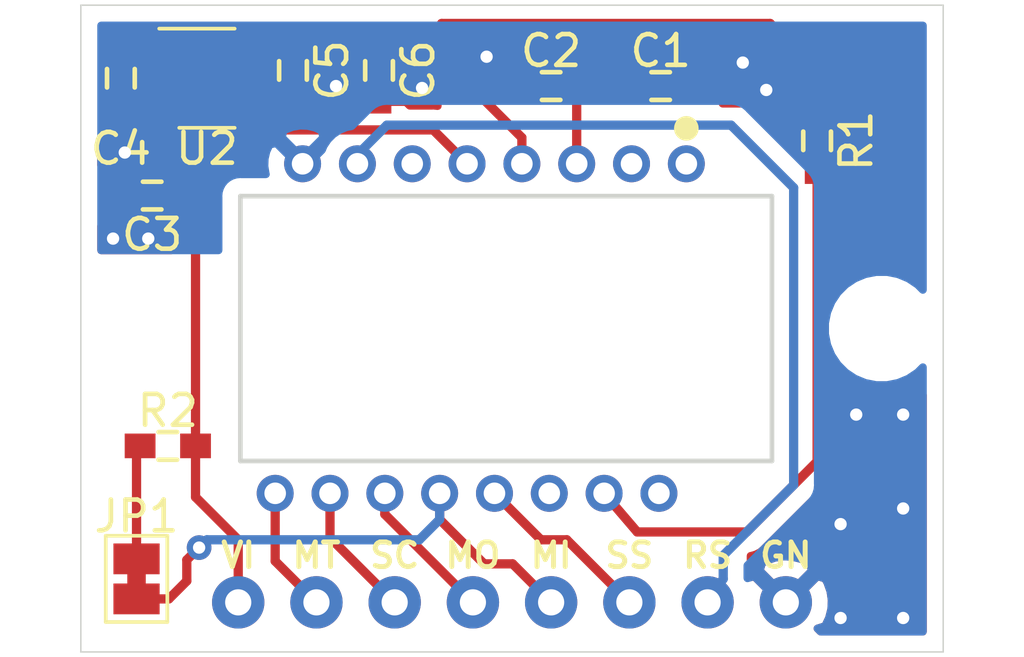
<source format=kicad_pcb>
(kicad_pcb (version 20171130) (host pcbnew "(5.1.0)-1")

  (general
    (thickness 1.6)
    (drawings 8)
    (tracks 83)
    (zones 0)
    (modules 21)
    (nets 19)
  )

  (page A4)
  (title_block
    (title PMW3360-Module)
    (date 2019-03-24)
    (rev 1.0)
  )

  (layers
    (0 F.Cu signal)
    (31 B.Cu signal)
    (32 B.Adhes user)
    (33 F.Adhes user)
    (34 B.Paste user)
    (35 F.Paste user)
    (36 B.SilkS user)
    (37 F.SilkS user)
    (38 B.Mask user)
    (39 F.Mask user)
    (40 Dwgs.User user)
    (41 Cmts.User user)
    (42 Eco1.User user)
    (43 Eco2.User user)
    (44 Edge.Cuts user)
    (45 Margin user)
    (46 B.CrtYd user)
    (47 F.CrtYd user)
    (48 B.Fab user)
    (49 F.Fab user)
  )

  (setup
    (last_trace_width 0.3)
    (trace_clearance 0.3)
    (zone_clearance 0.508)
    (zone_45_only no)
    (trace_min 0.2)
    (via_size 0.8)
    (via_drill 0.4)
    (via_min_size 0.4)
    (via_min_drill 0.3)
    (uvia_size 0.3)
    (uvia_drill 0.1)
    (uvias_allowed no)
    (uvia_min_size 0.2)
    (uvia_min_drill 0.1)
    (edge_width 0.05)
    (segment_width 0.2)
    (pcb_text_width 0.3)
    (pcb_text_size 1.5 1.5)
    (mod_edge_width 0.12)
    (mod_text_size 1 1)
    (mod_text_width 0.15)
    (pad_size 1.524 1.524)
    (pad_drill 0.762)
    (pad_to_mask_clearance 0.051)
    (solder_mask_min_width 0.25)
    (aux_axis_origin 130.78 107.02)
    (grid_origin 144.78 96.52)
    (visible_elements 7FFFFF7F)
    (pcbplotparams
      (layerselection 0x010fc_ffffffff)
      (usegerberextensions true)
      (usegerberattributes false)
      (usegerberadvancedattributes false)
      (creategerberjobfile false)
      (excludeedgelayer true)
      (linewidth 0.100000)
      (plotframeref false)
      (viasonmask false)
      (mode 1)
      (useauxorigin false)
      (hpglpennumber 1)
      (hpglpenspeed 20)
      (hpglpendiameter 15.000000)
      (psnegative false)
      (psa4output false)
      (plotreference true)
      (plotvalue true)
      (plotinvisibletext false)
      (padsonsilk false)
      (subtractmaskfromsilk true)
      (outputformat 1)
      (mirror false)
      (drillshape 0)
      (scaleselection 1)
      (outputdirectory "Gerber/"))
  )

  (net 0 "")
  (net 1 GND)
  (net 2 "Net-(C1-Pad1)")
  (net 3 V3.3)
  (net 4 V1.9)
  (net 5 RESET)
  (net 6 MOSI)
  (net 7 MISO)
  (net 8 SCLK)
  (net 9 NCS)
  (net 10 MOTION)
  (net 11 "Net-(JP1-Pad1)")
  (net 12 "Net-(R1-Pad2)")
  (net 13 "Net-(U1-Pad14)")
  (net 14 "Net-(U1-Pad16)")
  (net 15 "Net-(U1-Pad6)")
  (net 16 "Net-(U1-Pad2)")
  (net 17 "Net-(U1-Pad1)")
  (net 18 "Net-(U2-Pad4)")

  (net_class Default "これはデフォルトのネット クラスです。"
    (clearance 0.3)
    (trace_width 0.3)
    (via_dia 0.8)
    (via_drill 0.4)
    (uvia_dia 0.3)
    (uvia_drill 0.1)
    (add_net GND)
    (add_net MISO)
    (add_net MOSI)
    (add_net MOTION)
    (add_net NCS)
    (add_net "Net-(C1-Pad1)")
    (add_net "Net-(JP1-Pad1)")
    (add_net "Net-(R1-Pad2)")
    (add_net "Net-(U1-Pad1)")
    (add_net "Net-(U1-Pad14)")
    (add_net "Net-(U1-Pad16)")
    (add_net "Net-(U1-Pad2)")
    (add_net "Net-(U1-Pad6)")
    (add_net "Net-(U2-Pad4)")
    (add_net RESET)
    (add_net SCLK)
    (add_net V1.9)
    (add_net V3.3)
  )

  (module Footprints:hole_2.4mm (layer F.Cu) (tedit 5C9721AB) (tstamp 5C97780F)
    (at 132.78 96.52)
    (fp_text reference hole1 (at 0 -1.778) (layer F.SilkS) hide
      (effects (font (size 1 1) (thickness 0.15)))
    )
    (fp_text value hole_2.4mm (at 0 2.032) (layer F.Fab)
      (effects (font (size 1 1) (thickness 0.15)))
    )
    (pad "" np_thru_hole circle (at 0 0) (size 2.4 2.4) (drill 2.4) (layers *.Cu *.Mask))
  )

  (module Footprints:hole_2.4mm (layer F.Cu) (tedit 5C9721AB) (tstamp 5C9777D8)
    (at 156.78 96.52)
    (fp_text reference hole2 (at 0 -1.778) (layer F.SilkS) hide
      (effects (font (size 1 1) (thickness 0.15)))
    )
    (fp_text value hole_2.4mm (at 0 2.032) (layer F.Fab)
      (effects (font (size 1 1) (thickness 0.15)))
    )
    (pad "" np_thru_hole circle (at 0 0) (size 2.4 2.4) (drill 2.4) (layers *.Cu *.Mask))
  )

  (module Footprints:PMW3360-T2QU (layer F.Cu) (tedit 5C960F2A) (tstamp 5C971180)
    (at 144.78 96.52)
    (path /5C7F769F)
    (fp_text reference U1 (at 0 0.5) (layer F.SilkS) hide
      (effects (font (size 1 1) (thickness 0.15)))
    )
    (fp_text value PMW3360-T2QU (at 0 0) (layer F.Fab)
      (effects (font (size 1 1) (thickness 0.15)))
    )
    (fp_line (start -8.82 4.3) (end -8.82 -4.3) (layer F.Fab) (width 0.12))
    (fp_line (start 8.44 4.3) (end -8.82 4.3) (layer F.Fab) (width 0.12))
    (fp_line (start 8.44 -4.3) (end 8.44 4.3) (layer F.Fab) (width 0.12))
    (fp_line (start -8.82 -4.3) (end 8.44 -4.3) (layer F.Fab) (width 0.12))
    (fp_circle (center 5.66 -6.5) (end 5.86 -6.5) (layer F.SilkS) (width 0.4))
    (pad 9 thru_hole circle (at -7.69 5.35) (size 1.2 1.2) (drill 0.7) (layers *.Cu *.Mask)
      (net 10 MOTION))
    (pad 10 thru_hole circle (at -5.91 5.35) (size 1.2 1.2) (drill 0.7) (layers *.Cu *.Mask)
      (net 8 SCLK))
    (pad 11 thru_hole circle (at -4.13 5.35) (size 1.2 1.2) (drill 0.7) (layers *.Cu *.Mask)
      (net 6 MOSI))
    (pad 12 thru_hole circle (at -2.35 5.35) (size 1.2 1.2) (drill 0.7) (layers *.Cu *.Mask)
      (net 7 MISO))
    (pad 13 thru_hole circle (at -0.57 5.35) (size 1.2 1.2) (drill 0.7) (layers *.Cu *.Mask)
      (net 9 NCS))
    (pad 14 thru_hole circle (at 1.21 5.35) (size 1.2 1.2) (drill 0.7) (layers *.Cu *.Mask)
      (net 13 "Net-(U1-Pad14)"))
    (pad 15 thru_hole circle (at 2.99 5.35) (size 1.2 1.2) (drill 0.7) (layers *.Cu *.Mask)
      (net 12 "Net-(R1-Pad2)"))
    (pad 16 thru_hole circle (at 4.77 5.35) (size 1.2 1.2) (drill 0.7) (layers *.Cu *.Mask)
      (net 14 "Net-(U1-Pad16)"))
    (pad 8 thru_hole circle (at -6.8 -5.35) (size 1.2 1.2) (drill 0.7) (layers *.Cu *.Mask)
      (net 1 GND))
    (pad 7 thru_hole circle (at -5.02 -5.35) (size 1.2 1.2) (drill 0.7) (layers *.Cu *.Mask)
      (net 5 RESET))
    (pad 6 thru_hole circle (at -3.24 -5.35) (size 1.2 1.2) (drill 0.7) (layers *.Cu *.Mask)
      (net 15 "Net-(U1-Pad6)"))
    (pad 5 thru_hole circle (at -1.46 -5.35) (size 1.2 1.2) (drill 0.7) (layers *.Cu *.Mask)
      (net 3 V3.3))
    (pad 4 thru_hole circle (at 0.32 -5.35) (size 1.2 1.2) (drill 0.7) (layers *.Cu *.Mask)
      (net 4 V1.9))
    (pad 3 thru_hole circle (at 2.1 -5.35) (size 1.2 1.2) (drill 0.7) (layers *.Cu *.Mask)
      (net 2 "Net-(C1-Pad1)"))
    (pad 2 thru_hole circle (at 3.88 -5.35) (size 1.2 1.2) (drill 0.7) (layers *.Cu *.Mask)
      (net 16 "Net-(U1-Pad2)"))
    (pad 1 thru_hole circle (at 5.66 -5.35) (size 1.2 1.2) (drill 0.7) (layers *.Cu *.Mask)
      (net 17 "Net-(U1-Pad1)"))
  )

  (module Package_TO_SOT_SMD:SOT-23-5 (layer F.Cu) (tedit 5A02FF57) (tstamp 5C970B4F)
    (at 134.874 88.392)
    (descr "5-pin SOT23 package")
    (tags SOT-23-5)
    (path /5C91AED8)
    (attr smd)
    (fp_text reference U2 (at 0 2.286 180) (layer F.SilkS)
      (effects (font (size 1 1) (thickness 0.15)))
    )
    (fp_text value SOT23-5_1.9V_Voltage_Regulator (at 0 2.9) (layer F.Fab) hide
      (effects (font (size 1 1) (thickness 0.15)))
    )
    (fp_line (start 0.9 -1.55) (end 0.9 1.55) (layer F.Fab) (width 0.1))
    (fp_line (start 0.9 1.55) (end -0.9 1.55) (layer F.Fab) (width 0.1))
    (fp_line (start -0.9 -0.9) (end -0.9 1.55) (layer F.Fab) (width 0.1))
    (fp_line (start 0.9 -1.55) (end -0.25 -1.55) (layer F.Fab) (width 0.1))
    (fp_line (start -0.9 -0.9) (end -0.25 -1.55) (layer F.Fab) (width 0.1))
    (fp_line (start -1.9 1.8) (end -1.9 -1.8) (layer F.CrtYd) (width 0.05))
    (fp_line (start 1.9 1.8) (end -1.9 1.8) (layer F.CrtYd) (width 0.05))
    (fp_line (start 1.9 -1.8) (end 1.9 1.8) (layer F.CrtYd) (width 0.05))
    (fp_line (start -1.9 -1.8) (end 1.9 -1.8) (layer F.CrtYd) (width 0.05))
    (fp_line (start 0.9 -1.61) (end -1.55 -1.61) (layer F.SilkS) (width 0.12))
    (fp_line (start -0.9 1.61) (end 0.9 1.61) (layer F.SilkS) (width 0.12))
    (fp_text user %R (at 0 0 90) (layer F.Fab)
      (effects (font (size 0.5 0.5) (thickness 0.075)))
    )
    (pad 5 smd rect (at 1.1 -0.95) (size 1.06 0.65) (layers F.Cu F.Paste F.Mask)
      (net 4 V1.9))
    (pad 4 smd rect (at 1.1 0.95) (size 1.06 0.65) (layers F.Cu F.Paste F.Mask)
      (net 18 "Net-(U2-Pad4)"))
    (pad 3 smd rect (at -1.1 0.95) (size 1.06 0.65) (layers F.Cu F.Paste F.Mask)
      (net 3 V3.3))
    (pad 2 smd rect (at -1.1 0) (size 1.06 0.65) (layers F.Cu F.Paste F.Mask)
      (net 1 GND))
    (pad 1 smd rect (at -1.1 -0.95) (size 1.06 0.65) (layers F.Cu F.Paste F.Mask)
      (net 3 V3.3))
    (model ${KISYS3DMOD}/Package_TO_SOT_SMD.3dshapes/SOT-23-5.wrl
      (at (xyz 0 0 0))
      (scale (xyz 1 1 1))
      (rotate (xyz 0 0 0))
    )
  )

  (module Footprints:1608 (layer F.Cu) (tedit 5A3F17EB) (tstamp 5C967CF7)
    (at 133.604 100.33 180)
    (path /5C7F7894)
    (fp_text reference R2 (at 0 1.143 180) (layer F.SilkS)
      (effects (font (size 1 1) (thickness 0.15)))
    )
    (fp_text value 10K (at 0 -0.889 180) (layer F.Fab)
      (effects (font (size 0.5 0.5) (thickness 0.1)))
    )
    (fp_line (start -0.3 0.45) (end 0.3 0.45) (layer F.SilkS) (width 0.15))
    (fp_line (start -0.3 -0.45) (end 0.3 -0.45) (layer F.SilkS) (width 0.15))
    (pad 2 smd rect (at 0.9 0 180) (size 1 0.8) (layers F.Cu F.Paste F.Mask)
      (net 11 "Net-(JP1-Pad1)"))
    (pad 1 smd rect (at -0.9 0 180) (size 1 0.8) (layers F.Cu F.Paste F.Mask)
      (net 3 V3.3))
  )

  (module Footprints:1608 (layer F.Cu) (tedit 5A3F17EB) (tstamp 5C967E3E)
    (at 154.686 90.424 270)
    (path /5C7F7F2E)
    (fp_text reference R1 (at 0 -1.27 270) (layer F.SilkS)
      (effects (font (size 1 1) (thickness 0.15)))
    )
    (fp_text value 39R (at 0 -0.889 270) (layer F.Fab)
      (effects (font (size 0.5 0.5) (thickness 0.1)))
    )
    (fp_line (start -0.3 0.45) (end 0.3 0.45) (layer F.SilkS) (width 0.15))
    (fp_line (start -0.3 -0.45) (end 0.3 -0.45) (layer F.SilkS) (width 0.15))
    (pad 2 smd rect (at 0.9 0 270) (size 1 0.8) (layers F.Cu F.Paste F.Mask)
      (net 12 "Net-(R1-Pad2)"))
    (pad 1 smd rect (at -0.9 0 270) (size 1 0.8) (layers F.Cu F.Paste F.Mask)
      (net 4 V1.9))
  )

  (module Jumper:SolderJumper-2_P1.3mm_Bridged_Pad1.0x1.5mm (layer F.Cu) (tedit 5C756AB2) (tstamp 5C968294)
    (at 132.588 104.648 270)
    (descr "SMD Solder Jumper, 1x1.5mm Pads, 0.3mm gap, bridged with 1 copper strip")
    (tags "solder jumper open")
    (path /5C921932)
    (attr virtual)
    (fp_text reference JP1 (at -2.032 0) (layer F.SilkS)
      (effects (font (size 1 1) (thickness 0.15)))
    )
    (fp_text value SolderJumper_2_Bridged (at 0 1.9 270) (layer F.Fab) hide
      (effects (font (size 1 1) (thickness 0.15)))
    )
    (fp_poly (pts (xy -0.25 -0.3) (xy 0.25 -0.3) (xy 0.25 0.3) (xy -0.25 0.3)) (layer F.Cu) (width 0))
    (fp_line (start 1.65 1.25) (end -1.65 1.25) (layer F.CrtYd) (width 0.05))
    (fp_line (start 1.65 1.25) (end 1.65 -1.25) (layer F.CrtYd) (width 0.05))
    (fp_line (start -1.65 -1.25) (end -1.65 1.25) (layer F.CrtYd) (width 0.05))
    (fp_line (start -1.65 -1.25) (end 1.65 -1.25) (layer F.CrtYd) (width 0.05))
    (fp_line (start -1.4 -1) (end 1.4 -1) (layer F.SilkS) (width 0.12))
    (fp_line (start 1.4 -1) (end 1.4 1) (layer F.SilkS) (width 0.12))
    (fp_line (start 1.4 1) (end -1.4 1) (layer F.SilkS) (width 0.12))
    (fp_line (start -1.4 1) (end -1.4 -1) (layer F.SilkS) (width 0.12))
    (pad 2 smd rect (at 0.65 0 270) (size 1 1.5) (layers F.Cu F.Mask)
      (net 7 MISO))
    (pad 1 smd rect (at -0.65 0 270) (size 1 1.5) (layers F.Cu F.Mask)
      (net 11 "Net-(JP1-Pad1)"))
  )

  (module Footprints:Wirepad (layer F.Cu) (tedit 5C9737FF) (tstamp 5C967016)
    (at 138.43 105.41 180)
    (path /5C9280CE)
    (fp_text reference J8 (at 0 1.778 180) (layer F.SilkS) hide
      (effects (font (size 1 1) (thickness 0.15)))
    )
    (fp_text value MT (at 0 1.524 180) (layer F.SilkS)
      (effects (font (size 0.8 0.8) (thickness 0.16)))
    )
    (pad 1 thru_hole circle (at 0 0 180) (size 1.7 1.7) (drill 0.85) (layers *.Cu *.Mask)
      (net 10 MOTION))
  )

  (module Footprints:Wirepad (layer F.Cu) (tedit 5C9737FF) (tstamp 5C9680FA)
    (at 148.59 105.41 180)
    (path /5C9278BE)
    (fp_text reference J7 (at 0 1.778 180) (layer F.SilkS) hide
      (effects (font (size 1 1) (thickness 0.15)))
    )
    (fp_text value SS (at 0 1.524 180) (layer F.SilkS)
      (effects (font (size 0.8 0.8) (thickness 0.16)))
    )
    (pad 1 thru_hole circle (at 0 0 180) (size 1.7 1.7) (drill 0.85) (layers *.Cu *.Mask)
      (net 9 NCS))
  )

  (module Footprints:Wirepad (layer F.Cu) (tedit 5C9737FF) (tstamp 5C966F80)
    (at 140.97 105.41 180)
    (path /5C927105)
    (fp_text reference J6 (at 0 1.778 180) (layer F.SilkS) hide
      (effects (font (size 1 1) (thickness 0.15)))
    )
    (fp_text value SC (at 0 1.524 180) (layer F.SilkS)
      (effects (font (size 0.8 0.8) (thickness 0.16)))
    )
    (pad 1 thru_hole circle (at 0 0 180) (size 1.7 1.7) (drill 0.85) (layers *.Cu *.Mask)
      (net 8 SCLK))
  )

  (module Footprints:Wirepad (layer F.Cu) (tedit 5C9737FF) (tstamp 5C967B17)
    (at 146.05 105.41 180)
    (path /5C926191)
    (fp_text reference J5 (at 0 1.778 180) (layer F.SilkS) hide
      (effects (font (size 1 1) (thickness 0.15)))
    )
    (fp_text value MI (at 0 1.524 180) (layer F.SilkS)
      (effects (font (size 0.8 0.8) (thickness 0.16)))
    )
    (pad 1 thru_hole circle (at 0 0 180) (size 1.7 1.7) (drill 0.85) (layers *.Cu *.Mask)
      (net 7 MISO))
  )

  (module Footprints:Wirepad (layer F.Cu) (tedit 5C9737FF) (tstamp 5C9670A0)
    (at 143.51 105.41 180)
    (path /5C92567C)
    (fp_text reference J4 (at 0 1.778 180) (layer F.SilkS) hide
      (effects (font (size 1 1) (thickness 0.15)))
    )
    (fp_text value MO (at 0 1.524 180) (layer F.SilkS)
      (effects (font (size 0.8 0.8) (thickness 0.16)))
    )
    (pad 1 thru_hole circle (at 0 0 180) (size 1.7 1.7) (drill 0.85) (layers *.Cu *.Mask)
      (net 6 MOSI))
  )

  (module Footprints:Wirepad (layer F.Cu) (tedit 5C9737FF) (tstamp 5C977A11)
    (at 151.13 105.41 180)
    (path /5C925000)
    (fp_text reference J3 (at 0 1.778 180) (layer F.SilkS) hide
      (effects (font (size 1 1) (thickness 0.15)))
    )
    (fp_text value RS (at 0 1.524 180) (layer F.SilkS)
      (effects (font (size 0.8 0.8) (thickness 0.16)))
    )
    (pad 1 thru_hole circle (at 0 0 180) (size 1.7 1.7) (drill 0.85) (layers *.Cu *.Mask)
      (net 5 RESET))
  )

  (module Footprints:Wirepad (layer F.Cu) (tedit 5C9737FF) (tstamp 5C9681F1)
    (at 153.67 105.41 180)
    (path /5C924906)
    (fp_text reference J2 (at 0 1.778 180) (layer F.SilkS) hide
      (effects (font (size 1 1) (thickness 0.15)))
    )
    (fp_text value GN (at 0 1.524 180) (layer F.SilkS)
      (effects (font (size 0.8 0.8) (thickness 0.16)))
    )
    (pad 1 thru_hole circle (at 0 0 180) (size 1.7 1.7) (drill 0.85) (layers *.Cu *.Mask)
      (net 1 GND))
  )

  (module Footprints:Wirepad (layer F.Cu) (tedit 5C9737FF) (tstamp 5C966FE9)
    (at 135.89 105.41 180)
    (path /5C7F7961)
    (fp_text reference J1 (at 0 1.778 180) (layer F.SilkS) hide
      (effects (font (size 1 1) (thickness 0.15)))
    )
    (fp_text value VI (at 0 1.524 180) (layer F.SilkS)
      (effects (font (size 0.8 0.8) (thickness 0.16)))
    )
    (pad 1 thru_hole circle (at 0 0 180) (size 1.7 1.7) (drill 0.85) (layers *.Cu *.Mask)
      (net 3 V3.3))
  )

  (module Footprints:1608 (layer F.Cu) (tedit 5A3F17EB) (tstamp 5C971BBF)
    (at 140.462 88.138 270)
    (path /5C91B352)
    (fp_text reference C6 (at 0 -1.27 270) (layer F.SilkS)
      (effects (font (size 1 1) (thickness 0.15)))
    )
    (fp_text value 10uF (at 0 -0.889 270) (layer F.Fab)
      (effects (font (size 0.5 0.5) (thickness 0.1)))
    )
    (fp_line (start -0.3 0.45) (end 0.3 0.45) (layer F.SilkS) (width 0.15))
    (fp_line (start -0.3 -0.45) (end 0.3 -0.45) (layer F.SilkS) (width 0.15))
    (pad 2 smd rect (at 0.9 0 270) (size 1 0.8) (layers F.Cu F.Paste F.Mask)
      (net 1 GND))
    (pad 1 smd rect (at -0.9 0 270) (size 1 0.8) (layers F.Cu F.Paste F.Mask)
      (net 4 V1.9))
  )

  (module Footprints:1608 (layer F.Cu) (tedit 5A3F17EB) (tstamp 5C967BF3)
    (at 137.668 88.138 270)
    (path /5C91B2E8)
    (fp_text reference C5 (at 0 -1.27 270) (layer F.SilkS)
      (effects (font (size 1 1) (thickness 0.15)))
    )
    (fp_text value 0.1uF (at 0 -0.889 270) (layer F.Fab)
      (effects (font (size 0.5 0.5) (thickness 0.1)))
    )
    (fp_line (start -0.3 0.45) (end 0.3 0.45) (layer F.SilkS) (width 0.15))
    (fp_line (start -0.3 -0.45) (end 0.3 -0.45) (layer F.SilkS) (width 0.15))
    (pad 2 smd rect (at 0.9 0 270) (size 1 0.8) (layers F.Cu F.Paste F.Mask)
      (net 1 GND))
    (pad 1 smd rect (at -0.9 0 270) (size 1 0.8) (layers F.Cu F.Paste F.Mask)
      (net 4 V1.9))
  )

  (module Footprints:1608 (layer F.Cu) (tedit 5A3F17EB) (tstamp 5C967AB3)
    (at 132.08 88.392 270)
    (path /5C91B3A0)
    (fp_text reference C4 (at 2.286 0) (layer F.SilkS)
      (effects (font (size 1 1) (thickness 0.15)))
    )
    (fp_text value 0.1uF (at 0 -0.889 270) (layer F.Fab)
      (effects (font (size 0.5 0.5) (thickness 0.1)))
    )
    (fp_line (start -0.3 0.45) (end 0.3 0.45) (layer F.SilkS) (width 0.15))
    (fp_line (start -0.3 -0.45) (end 0.3 -0.45) (layer F.SilkS) (width 0.15))
    (pad 2 smd rect (at 0.9 0 270) (size 1 0.8) (layers F.Cu F.Paste F.Mask)
      (net 1 GND))
    (pad 1 smd rect (at -0.9 0 270) (size 1 0.8) (layers F.Cu F.Paste F.Mask)
      (net 3 V3.3))
  )

  (module Footprints:1608 (layer F.Cu) (tedit 5A3F17EB) (tstamp 5C968099)
    (at 133.096 92.202 180)
    (path /5C91B3FE)
    (fp_text reference C3 (at 0 -1.27 180) (layer F.SilkS)
      (effects (font (size 1 1) (thickness 0.15)))
    )
    (fp_text value 10uF (at 0 -0.889 180) (layer F.Fab)
      (effects (font (size 0.5 0.5) (thickness 0.1)))
    )
    (fp_line (start -0.3 0.45) (end 0.3 0.45) (layer F.SilkS) (width 0.15))
    (fp_line (start -0.3 -0.45) (end 0.3 -0.45) (layer F.SilkS) (width 0.15))
    (pad 2 smd rect (at 0.9 0 180) (size 1 0.8) (layers F.Cu F.Paste F.Mask)
      (net 1 GND))
    (pad 1 smd rect (at -0.9 0 180) (size 1 0.8) (layers F.Cu F.Paste F.Mask)
      (net 3 V3.3))
  )

  (module Footprints:1608 (layer F.Cu) (tedit 5A3F17EB) (tstamp 5C971508)
    (at 146.05 88.646 180)
    (path /5C7F77BF)
    (fp_text reference C2 (at 0 1.143 180) (layer F.SilkS)
      (effects (font (size 1 1) (thickness 0.15)))
    )
    (fp_text value 0.1uF (at 0 -0.889 180) (layer F.Fab)
      (effects (font (size 0.5 0.5) (thickness 0.1)))
    )
    (fp_line (start -0.3 0.45) (end 0.3 0.45) (layer F.SilkS) (width 0.15))
    (fp_line (start -0.3 -0.45) (end 0.3 -0.45) (layer F.SilkS) (width 0.15))
    (pad 2 smd rect (at 0.9 0 180) (size 1 0.8) (layers F.Cu F.Paste F.Mask)
      (net 1 GND))
    (pad 1 smd rect (at -0.9 0 180) (size 1 0.8) (layers F.Cu F.Paste F.Mask)
      (net 2 "Net-(C1-Pad1)"))
  )

  (module Footprints:1608 (layer F.Cu) (tedit 5A3F17EB) (tstamp 5C9677B1)
    (at 149.606 88.646)
    (path /5C7F7731)
    (fp_text reference C1 (at 0 -1.143) (layer F.SilkS)
      (effects (font (size 1 1) (thickness 0.15)))
    )
    (fp_text value 4.7uF (at 0 -0.889) (layer F.Fab)
      (effects (font (size 0.5 0.5) (thickness 0.1)))
    )
    (fp_line (start -0.3 0.45) (end 0.3 0.45) (layer F.SilkS) (width 0.15))
    (fp_line (start -0.3 -0.45) (end 0.3 -0.45) (layer F.SilkS) (width 0.15))
    (pad 2 smd rect (at 0.9 0) (size 1 0.8) (layers F.Cu F.Paste F.Mask)
      (net 1 GND))
    (pad 1 smd rect (at -0.9 0) (size 1 0.8) (layers F.Cu F.Paste F.Mask)
      (net 2 "Net-(C1-Pad1)"))
  )

  (gr_line (start 135.96 92.22) (end 153.22 92.22) (layer Edge.Cuts) (width 0.15))
  (gr_line (start 135.96 100.82) (end 135.96 92.22) (layer Edge.Cuts) (width 0.15))
  (gr_line (start 153.22 100.82) (end 135.96 100.82) (layer Edge.Cuts) (width 0.15))
  (gr_line (start 153.22 92.22) (end 153.22 100.82) (layer Edge.Cuts) (width 0.15))
  (gr_line (start 158.78 86.02) (end 130.78 86.02) (layer Edge.Cuts) (width 0.05) (tstamp 5C96756D))
  (gr_line (start 158.78 107.02) (end 158.78 86.02) (layer Edge.Cuts) (width 0.05))
  (gr_line (start 130.78 107.02) (end 158.78 107.02) (layer Edge.Cuts) (width 0.05))
  (gr_line (start 130.78 86.02) (end 130.78 107.02) (layer Edge.Cuts) (width 0.05))

  (segment (start 133.774 88.392) (end 132.98 88.392) (width 0.3) (layer F.Cu) (net 1) (status 10))
  (segment (start 132.98 88.392) (end 132.08 89.292) (width 0.3) (layer F.Cu) (net 1) (status 20))
  (via (at 157.48 99.314) (size 0.8) (drill 0.4) (layers F.Cu B.Cu) (net 1))
  (via (at 131.826 93.599) (size 0.8) (drill 0.4) (layers F.Cu B.Cu) (net 1))
  (via (at 132.969 93.599) (size 0.8) (drill 0.4) (layers F.Cu B.Cu) (net 1))
  (via (at 132.207 90.805) (size 0.8) (drill 0.4) (layers F.Cu B.Cu) (net 1))
  (via (at 143.9545 87.6935) (size 0.8) (drill 0.4) (layers F.Cu B.Cu) (net 1))
  (via (at 139.065 88.646) (size 0.8) (drill 0.4) (layers F.Cu B.Cu) (net 1))
  (via (at 141.859 88.7095) (size 0.8) (drill 0.4) (layers F.Cu B.Cu) (net 1))
  (via (at 155.956 99.314) (size 0.8) (drill 0.4) (layers F.Cu B.Cu) (net 1))
  (via (at 157.48 105.918) (size 0.8) (drill 0.4) (layers F.Cu B.Cu) (net 1))
  (via (at 155.448 105.918) (size 0.8) (drill 0.4) (layers F.Cu B.Cu) (net 1))
  (via (at 157.48 102.362) (size 0.8) (drill 0.4) (layers F.Cu B.Cu) (net 1))
  (via (at 155.448 102.87) (size 0.8) (drill 0.4) (layers F.Cu B.Cu) (net 1))
  (via (at 153.035 88.773) (size 0.8) (drill 0.4) (layers F.Cu B.Cu) (net 1))
  (via (at 152.273 87.884) (size 0.8) (drill 0.4) (layers F.Cu B.Cu) (net 1))
  (segment (start 146.88 88.716) (end 146.95 88.646) (width 0.3) (layer F.Cu) (net 2) (status 30))
  (segment (start 146.88 91.17) (end 146.88 88.716) (width 0.3) (layer F.Cu) (net 2) (status 30))
  (segment (start 148.706 88.646) (end 146.95 88.646) (width 0.3) (layer F.Cu) (net 2) (status 30))
  (segment (start 134.896 92.202) (end 133.996 92.202) (width 0.3) (layer F.Cu) (net 3) (status 20))
  (segment (start 137.028001 90.069999) (end 134.896 92.202) (width 0.3) (layer F.Cu) (net 3))
  (segment (start 142.219999 90.069999) (end 137.028001 90.069999) (width 0.3) (layer F.Cu) (net 3))
  (segment (start 143.32 91.17) (end 142.219999 90.069999) (width 0.3) (layer F.Cu) (net 3) (status 10))
  (segment (start 134.604 87.442) (end 133.774 87.442) (width 0.3) (layer F.Cu) (net 3) (status 20))
  (segment (start 134.754001 87.592001) (end 134.604 87.442) (width 0.3) (layer F.Cu) (net 3))
  (segment (start 134.754001 89.191999) (end 134.754001 87.592001) (width 0.3) (layer F.Cu) (net 3))
  (segment (start 134.604 89.342) (end 134.754001 89.191999) (width 0.3) (layer F.Cu) (net 3))
  (segment (start 133.774 89.342) (end 134.604 89.342) (width 0.3) (layer F.Cu) (net 3) (status 10))
  (segment (start 133.774 89.342) (end 133.774 91.98) (width 0.3) (layer F.Cu) (net 3) (status 30))
  (segment (start 133.774 91.98) (end 133.996 92.202) (width 0.3) (layer F.Cu) (net 3) (status 30))
  (segment (start 133.774 87.442) (end 132.13 87.442) (width 0.3) (layer F.Cu) (net 3) (status 30))
  (segment (start 132.13 87.442) (end 132.08 87.492) (width 0.3) (layer F.Cu) (net 3) (status 30))
  (segment (start 135.89 105.41) (end 135.89 103.378) (width 0.3) (layer F.Cu) (net 3) (status 10))
  (segment (start 134.504 101.992) (end 134.504 100.33) (width 0.3) (layer F.Cu) (net 3) (status 20))
  (segment (start 135.89 103.378) (end 134.504 101.992) (width 0.3) (layer F.Cu) (net 3))
  (segment (start 134.504 92.71) (end 133.996 92.202) (width 0.3) (layer F.Cu) (net 3) (status 20))
  (segment (start 134.504 100.33) (end 134.504 92.71) (width 0.3) (layer F.Cu) (net 3) (status 10))
  (segment (start 137.464 87.442) (end 137.668 87.238) (width 0.3) (layer F.Cu) (net 4) (status 30))
  (segment (start 135.974 87.442) (end 137.464 87.442) (width 0.3) (layer F.Cu) (net 4) (status 30))
  (segment (start 137.668 87.238) (end 140.462 87.238) (width 0.3) (layer F.Cu) (net 4) (status 30))
  (segment (start 145.1 90.321472) (end 145.1 91.17) (width 0.3) (layer F.Cu) (net 4) (status 20))
  (segment (start 142.016528 87.238) (end 145.1 90.321472) (width 0.3) (layer F.Cu) (net 4))
  (segment (start 140.462 87.238) (end 142.016528 87.238) (width 0.3) (layer F.Cu) (net 4) (status 10))
  (segment (start 154.686 88.138) (end 154.686 89.524) (width 0.3) (layer F.Cu) (net 4) (status 20))
  (segment (start 153.162 86.614) (end 154.686 88.138) (width 0.3) (layer F.Cu) (net 4))
  (segment (start 142.016528 87.238) (end 142.494 86.614) (width 0.3) (layer F.Cu) (net 4))
  (segment (start 142.494 86.614) (end 153.162 86.614) (width 0.3) (layer F.Cu) (net 4))
  (segment (start 151.638 103.886) (end 151.638 104.648) (width 0.3) (layer B.Cu) (net 5))
  (segment (start 139.76 90.872) (end 140.716 89.916) (width 0.3) (layer B.Cu) (net 5) (status 10))
  (segment (start 139.76 91.17) (end 139.76 90.872) (width 0.3) (layer B.Cu) (net 5) (status 30))
  (segment (start 140.716 89.916) (end 151.892 89.916) (width 0.3) (layer B.Cu) (net 5))
  (segment (start 151.892 89.916) (end 153.924 91.948) (width 0.3) (layer B.Cu) (net 5))
  (segment (start 151.638 104.648) (end 151.13 105.41) (width 0.3) (layer B.Cu) (net 5) (status 20))
  (segment (start 153.924 91.948) (end 153.924 101.6) (width 0.3) (layer B.Cu) (net 5))
  (segment (start 153.924 101.6) (end 151.638 103.886) (width 0.3) (layer B.Cu) (net 5))
  (segment (start 140.65 102.55) (end 140.65 101.87) (width 0.3) (layer F.Cu) (net 6) (status 20))
  (segment (start 143.51 105.41) (end 140.65 102.55) (width 0.3) (layer F.Cu) (net 6) (status 10))
  (segment (start 144.799999 104.159999) (end 146.05 105.41) (width 0.3) (layer F.Cu) (net 7) (status 20))
  (segment (start 143.871471 104.159999) (end 144.799999 104.159999) (width 0.3) (layer F.Cu) (net 7))
  (segment (start 142.43 102.718528) (end 143.871471 104.159999) (width 0.3) (layer F.Cu) (net 7))
  (segment (start 142.43 101.87) (end 142.43 102.718528) (width 0.3) (layer F.Cu) (net 7) (status 10))
  (segment (start 134.874 103.378) (end 134.62 103.632) (width 0.3) (layer B.Cu) (net 7))
  (segment (start 142.43 101.87) (end 142.43 102.718528) (width 0.3) (layer B.Cu) (net 7) (status 10))
  (segment (start 141.770528 103.378) (end 134.874 103.378) (width 0.3) (layer B.Cu) (net 7))
  (segment (start 142.43 102.718528) (end 141.770528 103.378) (width 0.3) (layer B.Cu) (net 7))
  (via (at 134.62 103.632) (size 0.8) (drill 0.4) (layers F.Cu B.Cu) (net 7))
  (segment (start 133.638 105.298) (end 132.588 105.298) (width 0.3) (layer F.Cu) (net 7) (status 20))
  (segment (start 134.220001 104.715999) (end 133.638 105.298) (width 0.3) (layer F.Cu) (net 7))
  (segment (start 134.220001 104.031999) (end 134.220001 104.715999) (width 0.3) (layer F.Cu) (net 7))
  (segment (start 134.62 103.632) (end 134.220001 104.031999) (width 0.3) (layer F.Cu) (net 7))
  (segment (start 138.87 103.31) (end 140.97 105.41) (width 0.3) (layer F.Cu) (net 8) (status 20))
  (segment (start 138.87 101.87) (end 138.87 103.31) (width 0.3) (layer F.Cu) (net 8) (status 10))
  (segment (start 145.718 103.378) (end 144.21 101.87) (width 0.3) (layer F.Cu) (net 9) (status 20))
  (segment (start 148.59 105.41) (end 146.558 103.378) (width 0.3) (layer F.Cu) (net 9) (status 10))
  (segment (start 146.558 103.378) (end 145.718 103.378) (width 0.3) (layer F.Cu) (net 9))
  (segment (start 137.09 104.07) (end 138.43 105.41) (width 0.3) (layer F.Cu) (net 10) (status 20))
  (segment (start 137.09 101.87) (end 137.09 104.07) (width 0.3) (layer F.Cu) (net 10) (status 10))
  (segment (start 132.588 100.446) (end 132.704 100.33) (width 0.3) (layer F.Cu) (net 11) (status 30))
  (segment (start 132.588 103.998) (end 132.588 100.446) (width 0.3) (layer F.Cu) (net 11) (status 30))
  (segment (start 154.686 100.838) (end 154.686 91.324) (width 0.3) (layer F.Cu) (net 12) (status 20))
  (segment (start 152.4 103.124) (end 154.686 100.838) (width 0.3) (layer F.Cu) (net 12))
  (segment (start 147.77 101.87) (end 148.844 103.124) (width 0.3) (layer F.Cu) (net 12) (status 10))
  (segment (start 148.844 103.124) (end 152.4 103.124) (width 0.3) (layer F.Cu) (net 12))

  (zone (net 1) (net_name GND) (layer F.Cu) (tstamp 5C975AE2) (hatch edge 0.508)
    (connect_pads (clearance 0.508))
    (min_thickness 0.254)
    (fill yes (arc_segments 32) (thermal_gap 0.508) (thermal_bridge_width 0.508))
    (polygon
      (pts
        (xy 130.556 85.852) (xy 159.004 85.852) (xy 159.004 107.188) (xy 130.556 107.188)
      )
    )
    (filled_polygon
      (pts
        (xy 158.12 106.36) (xy 154.799608 106.36) (xy 154.698399 106.258791) (xy 154.947472 106.181157) (xy 155.073371 105.917117)
        (xy 155.145339 105.633589) (xy 155.160611 105.341469) (xy 155.118599 105.051981) (xy 155.020919 104.776253) (xy 154.947472 104.638843)
        (xy 154.698397 104.561208) (xy 153.849605 105.41) (xy 153.863748 105.424143) (xy 153.684143 105.603748) (xy 153.67 105.589605)
        (xy 153.655858 105.603748) (xy 153.476253 105.424143) (xy 153.490395 105.41) (xy 152.641603 104.561208) (xy 152.527 104.596929)
        (xy 152.527 104.381603) (xy 152.821208 104.381603) (xy 153.67 105.230395) (xy 154.518792 104.381603) (xy 154.441157 104.132528)
        (xy 154.177117 104.006629) (xy 153.893589 103.934661) (xy 153.601469 103.919389) (xy 153.311981 103.961401) (xy 153.036253 104.059081)
        (xy 152.898843 104.132528) (xy 152.821208 104.381603) (xy 152.527 104.381603) (xy 152.527 103.900289) (xy 152.553887 103.897641)
        (xy 152.70186 103.852754) (xy 152.838233 103.779862) (xy 152.957764 103.681764) (xy 152.982347 103.65181) (xy 155.213817 101.420341)
        (xy 155.243764 101.395764) (xy 155.276553 101.355812) (xy 155.302271 101.324474) (xy 155.341862 101.276233) (xy 155.414754 101.13986)
        (xy 155.414754 101.139859) (xy 155.459641 100.991888) (xy 155.467636 100.910713) (xy 155.471 100.876561) (xy 155.471 100.876554)
        (xy 155.474797 100.838001) (xy 155.471 100.799448) (xy 155.471 98.679) (xy 158.12 98.679)
      )
    )
    (filled_polygon
      (pts
        (xy 132.207 89.165) (xy 132.227 89.165) (xy 132.227 89.419) (xy 132.207 89.419) (xy 132.207 90.26825)
        (xy 132.36575 90.427) (xy 132.48 90.430072) (xy 132.604482 90.417812) (xy 132.72418 90.381502) (xy 132.834494 90.322537)
        (xy 132.931185 90.243185) (xy 132.944516 90.226941) (xy 132.989 90.250719) (xy 132.989001 91.238594) (xy 132.94018 91.212498)
        (xy 132.820482 91.176188) (xy 132.696 91.163928) (xy 132.48175 91.167) (xy 132.323 91.32575) (xy 132.323 92.075)
        (xy 132.343 92.075) (xy 132.343 92.329) (xy 132.323 92.329) (xy 132.323 93.07825) (xy 132.48175 93.237)
        (xy 132.696 93.240072) (xy 132.820482 93.227812) (xy 132.94018 93.191502) (xy 133.050494 93.132537) (xy 133.096 93.095191)
        (xy 133.141506 93.132537) (xy 133.25182 93.191502) (xy 133.371518 93.227812) (xy 133.496 93.240072) (xy 133.719001 93.240072)
        (xy 133.719001 93.98) (xy 131.44 93.98) (xy 131.44 93.185184) (xy 131.45182 93.191502) (xy 131.571518 93.227812)
        (xy 131.696 93.240072) (xy 131.91025 93.237) (xy 132.069 93.07825) (xy 132.069 92.329) (xy 132.049 92.329)
        (xy 132.049 92.075) (xy 132.069 92.075) (xy 132.069 91.32575) (xy 131.91025 91.167) (xy 131.696 91.163928)
        (xy 131.571518 91.176188) (xy 131.45182 91.212498) (xy 131.44 91.218816) (xy 131.44 90.38277) (xy 131.555518 90.417812)
        (xy 131.68 90.430072) (xy 131.79425 90.427) (xy 131.953 90.26825) (xy 131.953 89.419) (xy 131.933 89.419)
        (xy 131.933 89.165) (xy 131.953 89.165) (xy 131.953 89.145) (xy 132.207 89.145)
      )
    )
    (filled_polygon
      (pts
        (xy 138.173748 91.155858) (xy 138.159605 91.17) (xy 138.173748 91.184143) (xy 137.994143 91.363748) (xy 137.98 91.349605)
        (xy 137.965858 91.363748) (xy 137.786253 91.184143) (xy 137.800395 91.17) (xy 137.786253 91.155858) (xy 137.965858 90.976253)
        (xy 137.98 90.990395) (xy 137.994143 90.976253)
      )
    )
    (filled_polygon
      (pts
        (xy 139.531463 88.092494) (xy 139.568809 88.138) (xy 139.531463 88.183506) (xy 139.472498 88.29382) (xy 139.436188 88.413518)
        (xy 139.423928 88.538) (xy 139.427 88.75225) (xy 139.58575 88.911) (xy 140.335 88.911) (xy 140.335 88.891)
        (xy 140.589 88.891) (xy 140.589 88.911) (xy 141.33825 88.911) (xy 141.497 88.75225) (xy 141.500072 88.538)
        (xy 141.487812 88.413518) (xy 141.451502 88.29382) (xy 141.392537 88.183506) (xy 141.355191 88.138) (xy 141.392537 88.092494)
        (xy 141.429683 88.023) (xy 141.691371 88.023) (xy 142.367 88.698629) (xy 142.367 89.29568) (xy 142.25856 89.284999)
        (xy 142.258552 89.284999) (xy 142.219999 89.281202) (xy 142.181446 89.284999) (xy 141.458249 89.284999) (xy 141.33825 89.165)
        (xy 140.589 89.165) (xy 140.589 89.185) (xy 140.335 89.185) (xy 140.335 89.165) (xy 139.58575 89.165)
        (xy 139.465751 89.284999) (xy 138.664249 89.284999) (xy 138.54425 89.165) (xy 137.795 89.165) (xy 137.795 89.185)
        (xy 137.541 89.185) (xy 137.541 89.165) (xy 137.521 89.165) (xy 137.521 88.911) (xy 137.541 88.911)
        (xy 137.541 88.891) (xy 137.795 88.891) (xy 137.795 88.911) (xy 138.54425 88.911) (xy 138.703 88.75225)
        (xy 138.706072 88.538) (xy 138.693812 88.413518) (xy 138.657502 88.29382) (xy 138.598537 88.183506) (xy 138.561191 88.138)
        (xy 138.598537 88.092494) (xy 138.635683 88.023) (xy 139.494317 88.023)
      )
    )
    (filled_polygon
      (pts
        (xy 153.901 88.463158) (xy 153.901 88.518498) (xy 153.834815 88.572815) (xy 153.755463 88.669506) (xy 153.696498 88.77982)
        (xy 153.660188 88.899518) (xy 153.647928 89.024) (xy 153.647928 89.2175) (xy 151.617549 89.2175) (xy 151.631812 89.170482)
        (xy 151.644072 89.046) (xy 151.641 88.93175) (xy 151.48225 88.773) (xy 150.633 88.773) (xy 150.633 88.793)
        (xy 150.379 88.793) (xy 150.379 88.773) (xy 150.359 88.773) (xy 150.359 88.519) (xy 150.379 88.519)
        (xy 150.379 87.76975) (xy 150.633 87.76975) (xy 150.633 88.519) (xy 151.48225 88.519) (xy 151.641 88.36025)
        (xy 151.644072 88.246) (xy 151.631812 88.121518) (xy 151.595502 88.00182) (xy 151.536537 87.891506) (xy 151.457185 87.794815)
        (xy 151.360494 87.715463) (xy 151.25018 87.656498) (xy 151.130482 87.620188) (xy 151.006 87.607928) (xy 150.79175 87.611)
        (xy 150.633 87.76975) (xy 150.379 87.76975) (xy 150.22025 87.611) (xy 150.006 87.607928) (xy 149.881518 87.620188)
        (xy 149.76182 87.656498) (xy 149.651506 87.715463) (xy 149.606 87.752809) (xy 149.560494 87.715463) (xy 149.45018 87.656498)
        (xy 149.330482 87.620188) (xy 149.206 87.607928) (xy 148.206 87.607928) (xy 148.081518 87.620188) (xy 147.96182 87.656498)
        (xy 147.851506 87.715463) (xy 147.828 87.734754) (xy 147.804494 87.715463) (xy 147.69418 87.656498) (xy 147.574482 87.620188)
        (xy 147.45 87.607928) (xy 146.45 87.607928) (xy 146.325518 87.620188) (xy 146.20582 87.656498) (xy 146.095506 87.715463)
        (xy 146.05 87.752809) (xy 146.004494 87.715463) (xy 145.89418 87.656498) (xy 145.774482 87.620188) (xy 145.65 87.607928)
        (xy 145.43575 87.611) (xy 145.277 87.76975) (xy 145.277 88.519) (xy 145.297 88.519) (xy 145.297 88.773)
        (xy 145.277 88.773) (xy 145.277 88.793) (xy 145.023 88.793) (xy 145.023 88.773) (xy 145.003 88.773)
        (xy 145.003 88.519) (xy 145.023 88.519) (xy 145.023 87.76975) (xy 144.86425 87.611) (xy 144.65 87.607928)
        (xy 144.525518 87.620188) (xy 144.40582 87.656498) (xy 144.295506 87.715463) (xy 144.198815 87.794815) (xy 144.119463 87.891506)
        (xy 144.060498 88.00182) (xy 144.024188 88.121518) (xy 144.022934 88.134249) (xy 143.287685 87.399) (xy 152.836843 87.399)
      )
    )
  )
  (zone (net 1) (net_name GND) (layer B.Cu) (tstamp 5C975ADF) (hatch edge 0.508)
    (connect_pads (clearance 0.508))
    (min_thickness 0.254)
    (fill yes (arc_segments 32) (thermal_gap 0.508) (thermal_bridge_width 0.508))
    (polygon
      (pts
        (xy 130.556 85.852) (xy 159.004 85.852) (xy 159.004 107.188) (xy 130.556 107.188)
      )
    )
    (filled_polygon
      (pts
        (xy 158.120001 95.264919) (xy 157.949744 95.094662) (xy 157.649199 94.893844) (xy 157.31525 94.755518) (xy 156.960732 94.685)
        (xy 156.599268 94.685) (xy 156.24475 94.755518) (xy 155.910801 94.893844) (xy 155.610256 95.094662) (xy 155.354662 95.350256)
        (xy 155.153844 95.650801) (xy 155.015518 95.98475) (xy 154.945 96.339268) (xy 154.945 96.700732) (xy 155.015518 97.05525)
        (xy 155.153844 97.389199) (xy 155.354662 97.689744) (xy 155.610256 97.945338) (xy 155.910801 98.146156) (xy 156.24475 98.284482)
        (xy 156.599268 98.355) (xy 156.960732 98.355) (xy 157.31525 98.284482) (xy 157.649199 98.146156) (xy 157.949744 97.945338)
        (xy 158.12 97.775082) (xy 158.12 106.36) (xy 154.799608 106.36) (xy 154.698399 106.258791) (xy 154.947472 106.181157)
        (xy 155.073371 105.917117) (xy 155.145339 105.633589) (xy 155.160611 105.341469) (xy 155.118599 105.051981) (xy 155.020919 104.776253)
        (xy 154.947472 104.638843) (xy 154.698397 104.561208) (xy 153.849605 105.41) (xy 153.863748 105.424143) (xy 153.684143 105.603748)
        (xy 153.67 105.589605) (xy 153.655858 105.603748) (xy 153.476253 105.424143) (xy 153.490395 105.41) (xy 152.641603 104.561208)
        (xy 152.424962 104.628734) (xy 152.423 104.609026) (xy 152.423 104.381603) (xy 152.821208 104.381603) (xy 153.67 105.230395)
        (xy 154.518792 104.381603) (xy 154.441157 104.132528) (xy 154.177117 104.006629) (xy 153.893589 103.934661) (xy 153.601469 103.919389)
        (xy 153.311981 103.961401) (xy 153.036253 104.059081) (xy 152.898843 104.132528) (xy 152.821208 104.381603) (xy 152.423 104.381603)
        (xy 152.423 104.211157) (xy 154.451816 102.182342) (xy 154.481764 102.157764) (xy 154.579862 102.038233) (xy 154.652754 101.90186)
        (xy 154.697641 101.753887) (xy 154.709 101.638561) (xy 154.709 101.638554) (xy 154.712797 101.600001) (xy 154.709 101.561448)
        (xy 154.709 91.986555) (xy 154.712797 91.948) (xy 154.709 91.90944) (xy 154.709 91.909439) (xy 154.70502 91.869026)
        (xy 154.697642 91.794113) (xy 154.652754 91.64614) (xy 154.642417 91.6268) (xy 154.579862 91.509767) (xy 154.53045 91.449559)
        (xy 154.506345 91.420187) (xy 154.506342 91.420184) (xy 154.481764 91.390236) (xy 154.451817 91.365659) (xy 152.474347 89.38819)
        (xy 152.449764 89.358236) (xy 152.330233 89.260138) (xy 152.19386 89.187246) (xy 152.045887 89.142359) (xy 151.930561 89.131)
        (xy 151.930553 89.131) (xy 151.892 89.127203) (xy 151.853447 89.131) (xy 140.754552 89.131) (xy 140.715999 89.127203)
        (xy 140.677446 89.131) (xy 140.677439 89.131) (xy 140.57649 89.140943) (xy 140.562112 89.142359) (xy 140.41414 89.187246)
        (xy 140.277767 89.260138) (xy 140.217559 89.30955) (xy 140.188187 89.333655) (xy 140.188184 89.333658) (xy 140.158236 89.358236)
        (xy 140.133657 89.388185) (xy 139.57405 89.947793) (xy 139.399764 89.98246) (xy 139.175008 90.075557) (xy 138.972733 90.210713)
        (xy 138.800713 90.382733) (xy 138.665557 90.585008) (xy 138.609667 90.719938) (xy 138.159605 91.17) (xy 138.173748 91.184143)
        (xy 137.994143 91.363748) (xy 137.98 91.349605) (xy 137.965858 91.363748) (xy 137.786253 91.184143) (xy 137.800395 91.17)
        (xy 137.130236 90.499841) (xy 136.906652 90.547148) (xy 136.805763 90.768516) (xy 136.75 91.005313) (xy 136.741505 91.248438)
        (xy 136.780605 91.488549) (xy 136.788625 91.51) (xy 135.994877 91.51) (xy 135.96 91.506565) (xy 135.925123 91.51)
        (xy 135.820816 91.520273) (xy 135.68698 91.560872) (xy 135.563637 91.6268) (xy 135.455525 91.715525) (xy 135.3668 91.823637)
        (xy 135.300872 91.94698) (xy 135.260273 92.080816) (xy 135.246565 92.22) (xy 135.250001 92.254887) (xy 135.250001 93.98)
        (xy 131.44 93.98) (xy 131.44 90.320236) (xy 137.309841 90.320236) (xy 137.98 90.990395) (xy 138.650159 90.320236)
        (xy 138.602852 90.096652) (xy 138.381484 89.995763) (xy 138.144687 89.94) (xy 137.901562 89.931505) (xy 137.661451 89.970605)
        (xy 137.433582 90.055798) (xy 137.357148 90.096652) (xy 137.309841 90.320236) (xy 131.44 90.320236) (xy 131.44 86.68)
        (xy 158.120001 86.68)
      )
    )
  )
  (zone (net 0) (net_name "") (layer F.Cu) (tstamp 0) (hatch edge 0.508)
    (connect_pads (clearance 0.508))
    (min_thickness 0.254)
    (keepout (tracks allowed) (vias allowed) (copperpour not_allowed))
    (fill (arc_segments 32) (thermal_gap 0.508) (thermal_bridge_width 0.508))
    (polygon
      (pts
        (xy 142.494 88.392) (xy 142.494 89.916) (xy 142.748 89.916) (xy 142.748 88.392)
      )
    )
  )
  (zone (net 0) (net_name "") (layer F.Cu) (tstamp 0) (hatch edge 0.508)
    (connect_pads (clearance 0.508))
    (min_thickness 0.254)
    (keepout (tracks allowed) (vias allowed) (copperpour not_allowed))
    (fill (arc_segments 32) (thermal_gap 0.508) (thermal_bridge_width 0.508))
    (polygon
      (pts
        (xy 149.86 89.3445) (xy 153.924 89.3445) (xy 153.924 89.5985) (xy 149.86 89.5985)
      )
    )
  )
  (zone (net 0) (net_name "") (layer F.Cu) (tstamp 0) (hatch edge 0.508)
    (connect_pads (clearance 0.508))
    (min_thickness 0.254)
    (keepout (tracks allowed) (vias allowed) (copperpour not_allowed))
    (fill (arc_segments 32) (thermal_gap 0.508) (thermal_bridge_width 0.508))
    (polygon
      (pts
        (xy 131.191 94.107) (xy 134.366 94.107) (xy 134.366 94.488) (xy 131.191 94.488)
      )
    )
  )
  (zone (net 0) (net_name "") (layer F.Cu) (tstamp 0) (hatch edge 0.508)
    (connect_pads (clearance 0.508))
    (min_thickness 0.254)
    (keepout (tracks allowed) (vias allowed) (copperpour not_allowed))
    (fill (arc_segments 32) (thermal_gap 0.508) (thermal_bridge_width 0.508))
    (polygon
      (pts
        (xy 159.512 98.552) (xy 154.94 98.552) (xy 154.94 98.298) (xy 159.512 98.298)
      )
    )
  )
  (zone (net 0) (net_name "") (layer B.Cu) (tstamp 0) (hatch edge 0.508)
    (connect_pads (clearance 0.508))
    (min_thickness 0.254)
    (keepout (tracks allowed) (vias allowed) (copperpour not_allowed))
    (fill (arc_segments 32) (thermal_gap 0.508) (thermal_bridge_width 0.508))
    (polygon
      (pts
        (xy 131.191 94.107) (xy 135.382 94.107) (xy 135.382 94.488) (xy 131.191 94.488)
      )
    )
  )
  (zone (net 0) (net_name "") (layer F.Cu) (tstamp 0) (hatch edge 0.508)
    (connect_pads (clearance 0.508))
    (min_thickness 0.254)
    (keepout (tracks allowed) (vias allowed) (copperpour not_allowed))
    (fill (arc_segments 32) (thermal_gap 0.508) (thermal_bridge_width 0.508))
    (polygon
      (pts
        (xy 152.4 105.156) (xy 152.4 103.378) (xy 152.146 103.378) (xy 152.146 105.156)
      )
    )
  )
)

</source>
